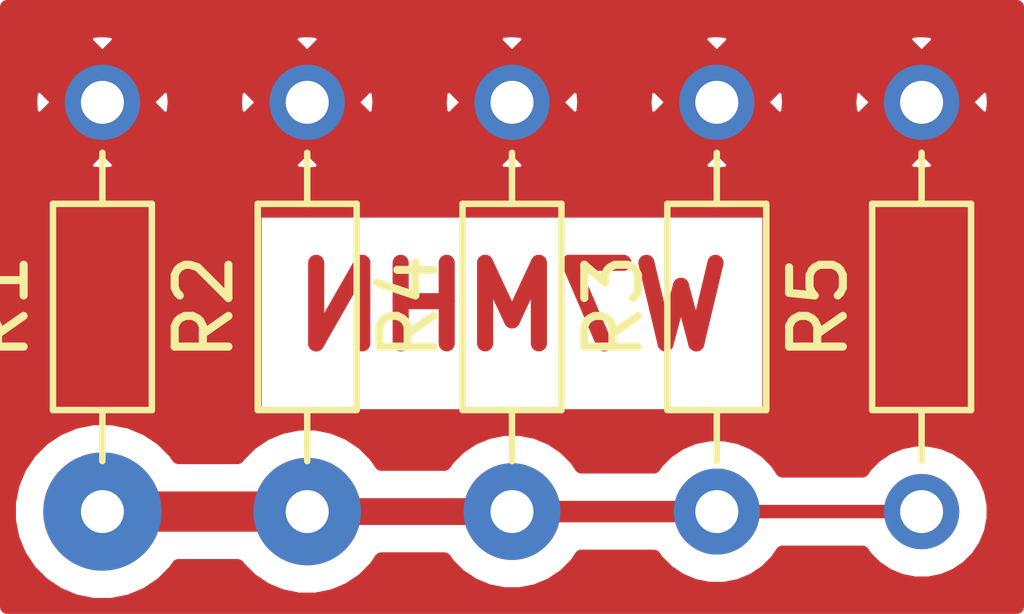
<source format=kicad_pcb>
(kicad_pcb (version 20171130) (host pcbnew "(5.1.6)-1")

  (general
    (thickness 1.6)
    (drawings 1)
    (tracks 4)
    (zones 0)
    (modules 5)
    (nets 3)
  )

  (page A4)
  (layers
    (0 F.Cu signal)
    (31 B.Cu signal hide)
    (32 B.Adhes user hide)
    (33 F.Adhes user hide)
    (34 B.Paste user hide)
    (35 F.Paste user hide)
    (36 B.SilkS user hide)
    (37 F.SilkS user hide)
    (38 B.Mask user hide)
    (39 F.Mask user hide)
    (40 Dwgs.User user hide)
    (41 Cmts.User user hide)
    (42 Eco1.User user hide)
    (43 Eco2.User user hide)
    (44 Edge.Cuts user hide)
    (45 Margin user hide)
    (46 B.CrtYd user hide)
    (47 F.CrtYd user)
    (48 B.Fab user hide)
    (49 F.Fab user hide)
  )

  (setup
    (last_trace_width 0.25)
    (trace_clearance 0.2)
    (zone_clearance 0.508)
    (zone_45_only no)
    (trace_min 0.2)
    (via_size 0.8)
    (via_drill 0.4)
    (via_min_size 0.4)
    (via_min_drill 0.3)
    (uvia_size 0.3)
    (uvia_drill 0.1)
    (uvias_allowed no)
    (uvia_min_size 0.2)
    (uvia_min_drill 0.1)
    (edge_width 0.05)
    (segment_width 0.2)
    (pcb_text_width 0.3)
    (pcb_text_size 1.5 1.5)
    (mod_edge_width 0.12)
    (mod_text_size 1 1)
    (mod_text_width 0.15)
    (pad_size 2.2 2.2)
    (pad_drill 0.8)
    (pad_to_mask_clearance 0.05)
    (aux_axis_origin 140.97 91.44)
    (visible_elements FFFFFF7F)
    (pcbplotparams
      (layerselection 0x010fc_ffffffff)
      (usegerberextensions false)
      (usegerberattributes true)
      (usegerberadvancedattributes true)
      (creategerberjobfile true)
      (excludeedgelayer true)
      (linewidth 0.100000)
      (plotframeref false)
      (viasonmask false)
      (mode 1)
      (useauxorigin true)
      (hpglpennumber 1)
      (hpglpenspeed 20)
      (hpglpendiameter 15.000000)
      (psnegative false)
      (psa4output false)
      (plotreference true)
      (plotvalue true)
      (plotinvisibletext false)
      (padsonsilk false)
      (subtractmaskfromsilk false)
      (outputformat 1)
      (mirror false)
      (drillshape 0)
      (scaleselection 1)
      (outputdirectory "F:/Tools/KiCad-Projects/CNC Stress Test/"))
  )

  (net 0 "")
  (net 1 GND)
  (net 2 "Net-(R1-Pad1)")

  (net_class Default "This is the default net class."
    (clearance 0.2)
    (trace_width 0.25)
    (via_dia 0.8)
    (via_drill 0.4)
    (uvia_dia 0.3)
    (uvia_drill 0.1)
    (add_net GND)
    (add_net "Net-(R1-Pad1)")
  )

  (net_class 1 ""
    (clearance 0.2)
    (trace_width 0.4)
    (via_dia 0.8)
    (via_drill 0.4)
    (uvia_dia 0.3)
    (uvia_drill 0.1)
  )

  (module Resistor_THT:R_Axial_DIN0204_L3.6mm_D1.6mm_P7.62mm_Horizontal (layer F.Cu) (tedit 5F664919) (tstamp 5F66A3CE)
    (at 158.75 88.9 90)
    (descr "Resistor, Axial_DIN0204 series, Axial, Horizontal, pin pitch=7.62mm, 0.167W, length*diameter=3.6*1.6mm^2, http://cdn-reichelt.de/documents/datenblatt/B400/1_4W%23YAG.pdf")
    (tags "Resistor Axial_DIN0204 series Axial Horizontal pin pitch 7.62mm 0.167W length 3.6mm diameter 1.6mm")
    (path /5F667A93)
    (fp_text reference R5 (at 3.81 -1.92 90) (layer F.SilkS)
      (effects (font (size 1 1) (thickness 0.15)))
    )
    (fp_text value R_US (at 3.81 1.92 90) (layer F.Fab)
      (effects (font (size 1 1) (thickness 0.15)))
    )
    (fp_text user %R (at 3.81 0 90) (layer F.Fab)
      (effects (font (size 0.72 0.72) (thickness 0.108)))
    )
    (fp_line (start 2.01 -0.8) (end 2.01 0.8) (layer F.Fab) (width 0.1))
    (fp_line (start 2.01 0.8) (end 5.61 0.8) (layer F.Fab) (width 0.1))
    (fp_line (start 5.61 0.8) (end 5.61 -0.8) (layer F.Fab) (width 0.1))
    (fp_line (start 5.61 -0.8) (end 2.01 -0.8) (layer F.Fab) (width 0.1))
    (fp_line (start 0 0) (end 2.01 0) (layer F.Fab) (width 0.1))
    (fp_line (start 7.62 0) (end 5.61 0) (layer F.Fab) (width 0.1))
    (fp_line (start 1.89 -0.92) (end 1.89 0.92) (layer F.SilkS) (width 0.12))
    (fp_line (start 1.89 0.92) (end 5.73 0.92) (layer F.SilkS) (width 0.12))
    (fp_line (start 5.73 0.92) (end 5.73 -0.92) (layer F.SilkS) (width 0.12))
    (fp_line (start 5.73 -0.92) (end 1.89 -0.92) (layer F.SilkS) (width 0.12))
    (fp_line (start 0.94 0) (end 1.89 0) (layer F.SilkS) (width 0.12))
    (fp_line (start 6.68 0) (end 5.73 0) (layer F.SilkS) (width 0.12))
    (fp_line (start -0.95 -1.05) (end -0.95 1.05) (layer F.CrtYd) (width 0.05))
    (fp_line (start -0.95 1.05) (end 8.57 1.05) (layer F.CrtYd) (width 0.05))
    (fp_line (start 8.57 1.05) (end 8.57 -1.05) (layer F.CrtYd) (width 0.05))
    (fp_line (start 8.57 -1.05) (end -0.95 -1.05) (layer F.CrtYd) (width 0.05))
    (pad 2 thru_hole circle (at 7.62 0 90) (size 1.4 1.4) (drill 0.8) (layers *.Cu *.Mask)
      (net 1 GND))
    (pad 1 thru_hole circle (at 0 0 90) (size 1.4 1.4) (drill 0.8) (layers *.Cu *.Mask)
      (net 2 "Net-(R1-Pad1)"))
    (model ${KISYS3DMOD}/Resistor_THT.3dshapes/R_Axial_DIN0204_L3.6mm_D1.6mm_P7.62mm_Horizontal.wrl
      (at (xyz 0 0 0))
      (scale (xyz 1 1 1))
      (rotate (xyz 0 0 0))
    )
  )

  (module Resistor_THT:R_Axial_DIN0204_L3.6mm_D1.6mm_P7.62mm_Horizontal (layer F.Cu) (tedit 5F66493A) (tstamp 5F66A3B7)
    (at 151.13 88.9 90)
    (descr "Resistor, Axial_DIN0204 series, Axial, Horizontal, pin pitch=7.62mm, 0.167W, length*diameter=3.6*1.6mm^2, http://cdn-reichelt.de/documents/datenblatt/B400/1_4W%23YAG.pdf")
    (tags "Resistor Axial_DIN0204 series Axial Horizontal pin pitch 7.62mm 0.167W length 3.6mm diameter 1.6mm")
    (path /5F6673D3)
    (fp_text reference R4 (at 3.81 -1.92 90) (layer F.SilkS)
      (effects (font (size 1 1) (thickness 0.15)))
    )
    (fp_text value R_US (at 3.81 1.92 90) (layer F.Fab)
      (effects (font (size 1 1) (thickness 0.15)))
    )
    (fp_text user %R (at 3.81 0 90) (layer F.Fab)
      (effects (font (size 0.72 0.72) (thickness 0.108)))
    )
    (fp_line (start 2.01 -0.8) (end 2.01 0.8) (layer F.Fab) (width 0.1))
    (fp_line (start 2.01 0.8) (end 5.61 0.8) (layer F.Fab) (width 0.1))
    (fp_line (start 5.61 0.8) (end 5.61 -0.8) (layer F.Fab) (width 0.1))
    (fp_line (start 5.61 -0.8) (end 2.01 -0.8) (layer F.Fab) (width 0.1))
    (fp_line (start 0 0) (end 2.01 0) (layer F.Fab) (width 0.1))
    (fp_line (start 7.62 0) (end 5.61 0) (layer F.Fab) (width 0.1))
    (fp_line (start 1.89 -0.92) (end 1.89 0.92) (layer F.SilkS) (width 0.12))
    (fp_line (start 1.89 0.92) (end 5.73 0.92) (layer F.SilkS) (width 0.12))
    (fp_line (start 5.73 0.92) (end 5.73 -0.92) (layer F.SilkS) (width 0.12))
    (fp_line (start 5.73 -0.92) (end 1.89 -0.92) (layer F.SilkS) (width 0.12))
    (fp_line (start 0.94 0) (end 1.89 0) (layer F.SilkS) (width 0.12))
    (fp_line (start 6.68 0) (end 5.73 0) (layer F.SilkS) (width 0.12))
    (fp_line (start -0.95 -1.05) (end -0.95 1.05) (layer F.CrtYd) (width 0.05))
    (fp_line (start -0.95 1.05) (end 8.57 1.05) (layer F.CrtYd) (width 0.05))
    (fp_line (start 8.57 1.05) (end 8.57 -1.05) (layer F.CrtYd) (width 0.05))
    (fp_line (start 8.57 -1.05) (end -0.95 -1.05) (layer F.CrtYd) (width 0.05))
    (pad 2 thru_hole circle (at 7.62 0 90) (size 1.4 1.4) (drill 0.8) (layers *.Cu *.Mask)
      (net 1 GND))
    (pad 1 thru_hole circle (at 0 0 90) (size 1.8 1.8) (drill 0.8) (layers *.Cu *.Mask)
      (net 2 "Net-(R1-Pad1)"))
    (model ${KISYS3DMOD}/Resistor_THT.3dshapes/R_Axial_DIN0204_L3.6mm_D1.6mm_P7.62mm_Horizontal.wrl
      (at (xyz 0 0 0))
      (scale (xyz 1 1 1))
      (rotate (xyz 0 0 0))
    )
  )

  (module Resistor_THT:R_Axial_DIN0204_L3.6mm_D1.6mm_P7.62mm_Horizontal (layer F.Cu) (tedit 5F66492F) (tstamp 5F66A3A0)
    (at 154.94 88.9 90)
    (descr "Resistor, Axial_DIN0204 series, Axial, Horizontal, pin pitch=7.62mm, 0.167W, length*diameter=3.6*1.6mm^2, http://cdn-reichelt.de/documents/datenblatt/B400/1_4W%23YAG.pdf")
    (tags "Resistor Axial_DIN0204 series Axial Horizontal pin pitch 7.62mm 0.167W length 3.6mm diameter 1.6mm")
    (path /5F666E78)
    (fp_text reference R3 (at 3.81 -1.92 90) (layer F.SilkS)
      (effects (font (size 1 1) (thickness 0.15)))
    )
    (fp_text value R_US (at 3.81 1.92 90) (layer F.Fab)
      (effects (font (size 1 1) (thickness 0.15)))
    )
    (fp_text user %R (at 3.81 0 90) (layer F.Fab)
      (effects (font (size 0.72 0.72) (thickness 0.108)))
    )
    (fp_line (start 2.01 -0.8) (end 2.01 0.8) (layer F.Fab) (width 0.1))
    (fp_line (start 2.01 0.8) (end 5.61 0.8) (layer F.Fab) (width 0.1))
    (fp_line (start 5.61 0.8) (end 5.61 -0.8) (layer F.Fab) (width 0.1))
    (fp_line (start 5.61 -0.8) (end 2.01 -0.8) (layer F.Fab) (width 0.1))
    (fp_line (start 0 0) (end 2.01 0) (layer F.Fab) (width 0.1))
    (fp_line (start 7.62 0) (end 5.61 0) (layer F.Fab) (width 0.1))
    (fp_line (start 1.89 -0.92) (end 1.89 0.92) (layer F.SilkS) (width 0.12))
    (fp_line (start 1.89 0.92) (end 5.73 0.92) (layer F.SilkS) (width 0.12))
    (fp_line (start 5.73 0.92) (end 5.73 -0.92) (layer F.SilkS) (width 0.12))
    (fp_line (start 5.73 -0.92) (end 1.89 -0.92) (layer F.SilkS) (width 0.12))
    (fp_line (start 0.94 0) (end 1.89 0) (layer F.SilkS) (width 0.12))
    (fp_line (start 6.68 0) (end 5.73 0) (layer F.SilkS) (width 0.12))
    (fp_line (start -0.95 -1.05) (end -0.95 1.05) (layer F.CrtYd) (width 0.05))
    (fp_line (start -0.95 1.05) (end 8.57 1.05) (layer F.CrtYd) (width 0.05))
    (fp_line (start 8.57 1.05) (end 8.57 -1.05) (layer F.CrtYd) (width 0.05))
    (fp_line (start 8.57 -1.05) (end -0.95 -1.05) (layer F.CrtYd) (width 0.05))
    (pad 2 thru_hole circle (at 7.62 0 90) (size 1.4 1.4) (drill 0.8) (layers *.Cu *.Mask)
      (net 1 GND))
    (pad 1 thru_hole circle (at 0 0 90) (size 1.6 1.6) (drill 0.8) (layers *.Cu *.Mask)
      (net 2 "Net-(R1-Pad1)"))
    (model ${KISYS3DMOD}/Resistor_THT.3dshapes/R_Axial_DIN0204_L3.6mm_D1.6mm_P7.62mm_Horizontal.wrl
      (at (xyz 0 0 0))
      (scale (xyz 1 1 1))
      (rotate (xyz 0 0 0))
    )
  )

  (module Resistor_THT:R_Axial_DIN0204_L3.6mm_D1.6mm_P7.62mm_Horizontal (layer F.Cu) (tedit 5F664945) (tstamp 5F66A389)
    (at 147.32 88.9 90)
    (descr "Resistor, Axial_DIN0204 series, Axial, Horizontal, pin pitch=7.62mm, 0.167W, length*diameter=3.6*1.6mm^2, http://cdn-reichelt.de/documents/datenblatt/B400/1_4W%23YAG.pdf")
    (tags "Resistor Axial_DIN0204 series Axial Horizontal pin pitch 7.62mm 0.167W length 3.6mm diameter 1.6mm")
    (path /5F66690A)
    (fp_text reference R2 (at 3.81 -1.92 90) (layer F.SilkS)
      (effects (font (size 1 1) (thickness 0.15)))
    )
    (fp_text value R_US (at 3.81 1.92 90) (layer F.Fab)
      (effects (font (size 1 1) (thickness 0.15)))
    )
    (fp_text user %R (at 3.81 0 90) (layer F.Fab)
      (effects (font (size 0.72 0.72) (thickness 0.108)))
    )
    (fp_line (start 2.01 -0.8) (end 2.01 0.8) (layer F.Fab) (width 0.1))
    (fp_line (start 2.01 0.8) (end 5.61 0.8) (layer F.Fab) (width 0.1))
    (fp_line (start 5.61 0.8) (end 5.61 -0.8) (layer F.Fab) (width 0.1))
    (fp_line (start 5.61 -0.8) (end 2.01 -0.8) (layer F.Fab) (width 0.1))
    (fp_line (start 0 0) (end 2.01 0) (layer F.Fab) (width 0.1))
    (fp_line (start 7.62 0) (end 5.61 0) (layer F.Fab) (width 0.1))
    (fp_line (start 1.89 -0.92) (end 1.89 0.92) (layer F.SilkS) (width 0.12))
    (fp_line (start 1.89 0.92) (end 5.73 0.92) (layer F.SilkS) (width 0.12))
    (fp_line (start 5.73 0.92) (end 5.73 -0.92) (layer F.SilkS) (width 0.12))
    (fp_line (start 5.73 -0.92) (end 1.89 -0.92) (layer F.SilkS) (width 0.12))
    (fp_line (start 0.94 0) (end 1.89 0) (layer F.SilkS) (width 0.12))
    (fp_line (start 6.68 0) (end 5.73 0) (layer F.SilkS) (width 0.12))
    (fp_line (start -0.95 -1.05) (end -0.95 1.05) (layer F.CrtYd) (width 0.05))
    (fp_line (start -0.95 1.05) (end 8.57 1.05) (layer F.CrtYd) (width 0.05))
    (fp_line (start 8.57 1.05) (end 8.57 -1.05) (layer F.CrtYd) (width 0.05))
    (fp_line (start 8.57 -1.05) (end -0.95 -1.05) (layer F.CrtYd) (width 0.05))
    (pad 2 thru_hole circle (at 7.62 0 90) (size 1.4 1.4) (drill 0.8) (layers *.Cu *.Mask)
      (net 1 GND))
    (pad 1 thru_hole circle (at 0 0 90) (size 2 2) (drill 0.8) (layers *.Cu *.Mask)
      (net 2 "Net-(R1-Pad1)"))
    (model ${KISYS3DMOD}/Resistor_THT.3dshapes/R_Axial_DIN0204_L3.6mm_D1.6mm_P7.62mm_Horizontal.wrl
      (at (xyz 0 0 0))
      (scale (xyz 1 1 1))
      (rotate (xyz 0 0 0))
    )
  )

  (module Resistor_THT:R_Axial_DIN0204_L3.6mm_D1.6mm_P7.62mm_Horizontal (layer F.Cu) (tedit 5F664953) (tstamp 5F66A372)
    (at 143.51 88.9 90)
    (descr "Resistor, Axial_DIN0204 series, Axial, Horizontal, pin pitch=7.62mm, 0.167W, length*diameter=3.6*1.6mm^2, http://cdn-reichelt.de/documents/datenblatt/B400/1_4W%23YAG.pdf")
    (tags "Resistor Axial_DIN0204 series Axial Horizontal pin pitch 7.62mm 0.167W length 3.6mm diameter 1.6mm")
    (path /5F6647B9)
    (fp_text reference R1 (at 3.81 -1.92 90) (layer F.SilkS)
      (effects (font (size 1 1) (thickness 0.15)))
    )
    (fp_text value R_US (at 3.81 1.92 90) (layer F.Fab)
      (effects (font (size 1 1) (thickness 0.15)))
    )
    (fp_text user %R (at 3.81 0 90) (layer F.Fab)
      (effects (font (size 0.72 0.72) (thickness 0.108)))
    )
    (fp_line (start 2.01 -0.8) (end 2.01 0.8) (layer F.Fab) (width 0.1))
    (fp_line (start 2.01 0.8) (end 5.61 0.8) (layer F.Fab) (width 0.1))
    (fp_line (start 5.61 0.8) (end 5.61 -0.8) (layer F.Fab) (width 0.1))
    (fp_line (start 5.61 -0.8) (end 2.01 -0.8) (layer F.Fab) (width 0.1))
    (fp_line (start 0 0) (end 2.01 0) (layer F.Fab) (width 0.1))
    (fp_line (start 7.62 0) (end 5.61 0) (layer F.Fab) (width 0.1))
    (fp_line (start 1.89 -0.92) (end 1.89 0.92) (layer F.SilkS) (width 0.12))
    (fp_line (start 1.89 0.92) (end 5.73 0.92) (layer F.SilkS) (width 0.12))
    (fp_line (start 5.73 0.92) (end 5.73 -0.92) (layer F.SilkS) (width 0.12))
    (fp_line (start 5.73 -0.92) (end 1.89 -0.92) (layer F.SilkS) (width 0.12))
    (fp_line (start 0.94 0) (end 1.89 0) (layer F.SilkS) (width 0.12))
    (fp_line (start 6.68 0) (end 5.73 0) (layer F.SilkS) (width 0.12))
    (fp_line (start -0.95 -1.05) (end -0.95 1.05) (layer F.CrtYd) (width 0.05))
    (fp_line (start -0.95 1.05) (end 8.57 1.05) (layer F.CrtYd) (width 0.05))
    (fp_line (start 8.57 1.05) (end 8.57 -1.05) (layer F.CrtYd) (width 0.05))
    (fp_line (start 8.57 -1.05) (end -0.95 -1.05) (layer F.CrtYd) (width 0.05))
    (pad 2 thru_hole circle (at 7.62 0 90) (size 1.4 1.4) (drill 0.8) (layers *.Cu *.Mask)
      (net 1 GND))
    (pad 1 thru_hole circle (at 0 0 90) (size 2.2 2.2) (drill 0.8) (layers *.Cu *.Mask)
      (net 2 "Net-(R1-Pad1)"))
    (model ${KISYS3DMOD}/Resistor_THT.3dshapes/R_Axial_DIN0204_L3.6mm_D1.6mm_P7.62mm_Horizontal.wrl
      (at (xyz 0 0 0))
      (scale (xyz 1 1 1))
      (rotate (xyz 0 0 0))
    )
  )

  (gr_text W7MHN (at 151.13 85.09) (layer F.Cu)
    (effects (font (size 1.5 1.5) (thickness 0.3)) (justify mirror))
  )

  (segment (start 158.75 88.9) (end 154.94 88.9) (width 0.25) (layer F.Cu) (net 2))
  (segment (start 154.94 88.9) (end 151.13 88.9) (width 0.4) (layer F.Cu) (net 2))
  (segment (start 151.13 88.9) (end 147.32 88.9) (width 0.5) (layer F.Cu) (net 2))
  (segment (start 143.51 88.9) (end 147.32 88.9) (width 0.75) (layer F.Cu) (net 2))

  (zone (net 1) (net_name GND) (layer F.Cu) (tstamp 5F66AC50) (hatch edge 0.508)
    (connect_pads (clearance 0.508))
    (min_thickness 0.254)
    (fill yes (arc_segments 32) (thermal_gap 0.508) (thermal_bridge_width 1.5))
    (polygon
      (pts
        (xy 160.655 90.805) (xy 141.605 90.805) (xy 141.605 79.375) (xy 160.655 79.375)
      )
    )
    (filled_polygon
      (pts
        (xy 160.528 90.678) (xy 141.732 90.678) (xy 141.732 88.729117) (xy 141.775 88.729117) (xy 141.775 89.070883)
        (xy 141.841675 89.406081) (xy 141.972463 89.721831) (xy 142.162337 90.005998) (xy 142.404002 90.247663) (xy 142.688169 90.437537)
        (xy 143.003919 90.568325) (xy 143.339117 90.635) (xy 143.680883 90.635) (xy 144.016081 90.568325) (xy 144.331831 90.437537)
        (xy 144.615998 90.247663) (xy 144.857663 90.005998) (xy 144.921807 89.91) (xy 146.028463 89.91) (xy 146.050013 89.942252)
        (xy 146.277748 90.169987) (xy 146.545537 90.348918) (xy 146.843088 90.472168) (xy 147.158967 90.535) (xy 147.481033 90.535)
        (xy 147.796912 90.472168) (xy 148.094463 90.348918) (xy 148.362252 90.169987) (xy 148.589987 89.942252) (xy 148.695059 89.785)
        (xy 149.87521 89.785) (xy 149.937688 89.878505) (xy 150.151495 90.092312) (xy 150.402905 90.260299) (xy 150.682257 90.376011)
        (xy 150.978816 90.435) (xy 151.281184 90.435) (xy 151.577743 90.376011) (xy 151.857095 90.260299) (xy 152.108505 90.092312)
        (xy 152.322312 89.878505) (xy 152.418199 89.735) (xy 153.77207 89.735) (xy 153.825363 89.814759) (xy 154.025241 90.014637)
        (xy 154.260273 90.17168) (xy 154.521426 90.279853) (xy 154.798665 90.335) (xy 155.081335 90.335) (xy 155.358574 90.279853)
        (xy 155.619727 90.17168) (xy 155.854759 90.014637) (xy 156.054637 89.814759) (xy 156.158043 89.66) (xy 157.652225 89.66)
        (xy 157.713038 89.751013) (xy 157.898987 89.936962) (xy 158.117641 90.083061) (xy 158.360595 90.183696) (xy 158.618514 90.235)
        (xy 158.881486 90.235) (xy 159.139405 90.183696) (xy 159.382359 90.083061) (xy 159.601013 89.936962) (xy 159.786962 89.751013)
        (xy 159.933061 89.532359) (xy 160.033696 89.289405) (xy 160.085 89.031486) (xy 160.085 88.768514) (xy 160.033696 88.510595)
        (xy 159.933061 88.267641) (xy 159.786962 88.048987) (xy 159.601013 87.863038) (xy 159.382359 87.716939) (xy 159.139405 87.616304)
        (xy 158.881486 87.565) (xy 158.618514 87.565) (xy 158.360595 87.616304) (xy 158.117641 87.716939) (xy 157.898987 87.863038)
        (xy 157.713038 88.048987) (xy 157.652225 88.14) (xy 156.158043 88.14) (xy 156.054637 87.985241) (xy 155.854759 87.785363)
        (xy 155.619727 87.62832) (xy 155.358574 87.520147) (xy 155.081335 87.465) (xy 154.798665 87.465) (xy 154.521426 87.520147)
        (xy 154.260273 87.62832) (xy 154.025241 87.785363) (xy 153.825363 87.985241) (xy 153.77207 88.065) (xy 152.418199 88.065)
        (xy 152.322312 87.921495) (xy 152.108505 87.707688) (xy 151.857095 87.539701) (xy 151.577743 87.423989) (xy 151.281184 87.365)
        (xy 150.978816 87.365) (xy 150.682257 87.423989) (xy 150.402905 87.539701) (xy 150.151495 87.707688) (xy 149.937688 87.921495)
        (xy 149.87521 88.015) (xy 148.695059 88.015) (xy 148.589987 87.857748) (xy 148.362252 87.630013) (xy 148.094463 87.451082)
        (xy 147.796912 87.327832) (xy 147.481033 87.265) (xy 147.158967 87.265) (xy 146.843088 87.327832) (xy 146.545537 87.451082)
        (xy 146.277748 87.630013) (xy 146.050013 87.857748) (xy 146.028463 87.89) (xy 144.921807 87.89) (xy 144.857663 87.794002)
        (xy 144.615998 87.552337) (xy 144.331831 87.362463) (xy 144.016081 87.231675) (xy 143.680883 87.165) (xy 143.339117 87.165)
        (xy 143.003919 87.231675) (xy 142.688169 87.362463) (xy 142.404002 87.552337) (xy 142.162337 87.794002) (xy 141.972463 88.078169)
        (xy 141.841675 88.393919) (xy 141.775 88.729117) (xy 141.732 88.729117) (xy 141.732 83.3) (xy 146.345 83.3)
        (xy 146.345 87.12) (xy 155.915 87.12) (xy 155.915 83.3) (xy 146.345 83.3) (xy 141.732 83.3)
        (xy 141.732 82.41677) (xy 143.183574 82.41677) (xy 143.260628 82.598076) (xy 143.522564 82.6214) (xy 143.759372 82.598076)
        (xy 143.836426 82.41677) (xy 146.993574 82.41677) (xy 147.070628 82.598076) (xy 147.332564 82.6214) (xy 147.569372 82.598076)
        (xy 147.646426 82.41677) (xy 150.803574 82.41677) (xy 150.880628 82.598076) (xy 151.142564 82.6214) (xy 151.379372 82.598076)
        (xy 151.456426 82.41677) (xy 154.613574 82.41677) (xy 154.690628 82.598076) (xy 154.952564 82.6214) (xy 155.189372 82.598076)
        (xy 155.266426 82.41677) (xy 158.423574 82.41677) (xy 158.500628 82.598076) (xy 158.762564 82.6214) (xy 158.999372 82.598076)
        (xy 159.076426 82.41677) (xy 158.75 82.090344) (xy 158.423574 82.41677) (xy 155.266426 82.41677) (xy 154.94 82.090344)
        (xy 154.613574 82.41677) (xy 151.456426 82.41677) (xy 151.13 82.090344) (xy 150.803574 82.41677) (xy 147.646426 82.41677)
        (xy 147.32 82.090344) (xy 146.993574 82.41677) (xy 143.836426 82.41677) (xy 143.51 82.090344) (xy 143.183574 82.41677)
        (xy 141.732 82.41677) (xy 141.732 81.292564) (xy 142.1686 81.292564) (xy 142.191924 81.529372) (xy 142.37323 81.606426)
        (xy 142.699656 81.28) (xy 144.320344 81.28) (xy 144.64677 81.606426) (xy 144.828076 81.529372) (xy 144.849162 81.292564)
        (xy 145.9786 81.292564) (xy 146.001924 81.529372) (xy 146.18323 81.606426) (xy 146.509656 81.28) (xy 148.130344 81.28)
        (xy 148.45677 81.606426) (xy 148.638076 81.529372) (xy 148.659162 81.292564) (xy 149.7886 81.292564) (xy 149.811924 81.529372)
        (xy 149.99323 81.606426) (xy 150.319656 81.28) (xy 151.940344 81.28) (xy 152.26677 81.606426) (xy 152.448076 81.529372)
        (xy 152.469162 81.292564) (xy 153.5986 81.292564) (xy 153.621924 81.529372) (xy 153.80323 81.606426) (xy 154.129656 81.28)
        (xy 155.750344 81.28) (xy 156.07677 81.606426) (xy 156.258076 81.529372) (xy 156.279162 81.292564) (xy 157.4086 81.292564)
        (xy 157.431924 81.529372) (xy 157.61323 81.606426) (xy 157.939656 81.28) (xy 159.560344 81.28) (xy 159.88677 81.606426)
        (xy 160.068076 81.529372) (xy 160.0914 81.267436) (xy 160.068076 81.030628) (xy 159.88677 80.953574) (xy 159.560344 81.28)
        (xy 157.939656 81.28) (xy 157.61323 80.953574) (xy 157.431924 81.030628) (xy 157.4086 81.292564) (xy 156.279162 81.292564)
        (xy 156.2814 81.267436) (xy 156.258076 81.030628) (xy 156.07677 80.953574) (xy 155.750344 81.28) (xy 154.129656 81.28)
        (xy 153.80323 80.953574) (xy 153.621924 81.030628) (xy 153.5986 81.292564) (xy 152.469162 81.292564) (xy 152.4714 81.267436)
        (xy 152.448076 81.030628) (xy 152.26677 80.953574) (xy 151.940344 81.28) (xy 150.319656 81.28) (xy 149.99323 80.953574)
        (xy 149.811924 81.030628) (xy 149.7886 81.292564) (xy 148.659162 81.292564) (xy 148.6614 81.267436) (xy 148.638076 81.030628)
        (xy 148.45677 80.953574) (xy 148.130344 81.28) (xy 146.509656 81.28) (xy 146.18323 80.953574) (xy 146.001924 81.030628)
        (xy 145.9786 81.292564) (xy 144.849162 81.292564) (xy 144.8514 81.267436) (xy 144.828076 81.030628) (xy 144.64677 80.953574)
        (xy 144.320344 81.28) (xy 142.699656 81.28) (xy 142.37323 80.953574) (xy 142.191924 81.030628) (xy 142.1686 81.292564)
        (xy 141.732 81.292564) (xy 141.732 80.14323) (xy 143.183574 80.14323) (xy 143.51 80.469656) (xy 143.836426 80.14323)
        (xy 146.993574 80.14323) (xy 147.32 80.469656) (xy 147.646426 80.14323) (xy 150.803574 80.14323) (xy 151.13 80.469656)
        (xy 151.456426 80.14323) (xy 154.613574 80.14323) (xy 154.94 80.469656) (xy 155.266426 80.14323) (xy 158.423574 80.14323)
        (xy 158.75 80.469656) (xy 159.076426 80.14323) (xy 158.999372 79.961924) (xy 158.737436 79.9386) (xy 158.500628 79.961924)
        (xy 158.423574 80.14323) (xy 155.266426 80.14323) (xy 155.189372 79.961924) (xy 154.927436 79.9386) (xy 154.690628 79.961924)
        (xy 154.613574 80.14323) (xy 151.456426 80.14323) (xy 151.379372 79.961924) (xy 151.117436 79.9386) (xy 150.880628 79.961924)
        (xy 150.803574 80.14323) (xy 147.646426 80.14323) (xy 147.569372 79.961924) (xy 147.307436 79.9386) (xy 147.070628 79.961924)
        (xy 146.993574 80.14323) (xy 143.836426 80.14323) (xy 143.759372 79.961924) (xy 143.497436 79.9386) (xy 143.260628 79.961924)
        (xy 143.183574 80.14323) (xy 141.732 80.14323) (xy 141.732 79.502) (xy 160.528 79.502)
      )
    )
  )
)

</source>
